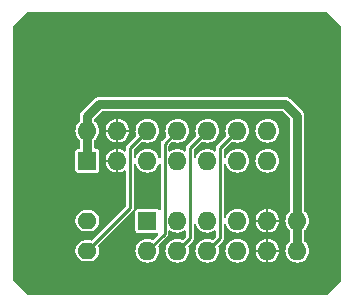
<source format=gtl>
G04 #@! TF.GenerationSoftware,KiCad,Pcbnew,7.0.1*
G04 #@! TF.CreationDate,2023-11-13T07:35:08+09:00*
G04 #@! TF.ProjectId,Pmod_Adapter_Ethernet,506d6f64-5f41-4646-9170-7465725f4574,rev?*
G04 #@! TF.SameCoordinates,Original*
G04 #@! TF.FileFunction,Copper,L1,Top*
G04 #@! TF.FilePolarity,Positive*
%FSLAX46Y46*%
G04 Gerber Fmt 4.6, Leading zero omitted, Abs format (unit mm)*
G04 Created by KiCad (PCBNEW 7.0.1) date 2023-11-13 07:35:08*
%MOMM*%
%LPD*%
G01*
G04 APERTURE LIST*
G04 #@! TA.AperFunction,ComponentPad*
%ADD10O,1.600000X1.400000*%
G04 #@! TD*
G04 #@! TA.AperFunction,ComponentPad*
%ADD11R,1.600000X1.600000*%
G04 #@! TD*
G04 #@! TA.AperFunction,ComponentPad*
%ADD12O,1.600000X1.600000*%
G04 #@! TD*
G04 #@! TA.AperFunction,ViaPad*
%ADD13C,0.800000*%
G04 #@! TD*
G04 #@! TA.AperFunction,Conductor*
%ADD14C,0.250000*%
G04 #@! TD*
G04 #@! TA.AperFunction,Conductor*
%ADD15C,0.800000*%
G04 #@! TD*
G04 APERTURE END LIST*
D10*
G04 #@! TO.P,J3,1,Pin_1*
G04 #@! TO.N,/MDIO*
X-5080000Y0D03*
G04 #@! TO.P,J3,2,Pin_2*
G04 #@! TO.N,/MDC*
X-5080000Y-2540000D03*
G04 #@! TD*
D11*
G04 #@! TO.P,J2,1,Pin_1*
G04 #@! TO.N,+3V3*
X-5080000Y5080000D03*
D12*
G04 #@! TO.P,J2,2,Pin_2*
G04 #@! TO.N,GND*
X-2540000Y5080000D03*
G04 #@! TO.P,J2,3,Pin_3*
G04 #@! TO.N,/MDIO*
X0Y5080000D03*
G04 #@! TO.P,J2,4,Pin_4*
G04 #@! TO.N,/PMOD_P1_nINT_RETCLK*
X2540000Y5080000D03*
G04 #@! TO.P,J2,5,Pin_5*
G04 #@! TO.N,/PMOD_P2_RX0*
X5080000Y5080000D03*
G04 #@! TO.P,J2,6,Pin_6*
G04 #@! TO.N,/PMOD_P3_TXEN*
X7620000Y5080000D03*
G04 #@! TO.P,J2,7,Pin_7*
G04 #@! TO.N,/PMOD_P4_TX1*
X10160000Y5080000D03*
G04 #@! TO.P,J2,8,Pin_8*
G04 #@! TO.N,+3V3*
X-5080000Y7620000D03*
G04 #@! TO.P,J2,9,Pin_9*
G04 #@! TO.N,GND*
X-2540000Y7620000D03*
G04 #@! TO.P,J2,10,Pin_10*
G04 #@! TO.N,/MDC*
X0Y7620000D03*
G04 #@! TO.P,J2,11,Pin_11*
G04 #@! TO.N,/PMOD_P5_CRS*
X2540000Y7620000D03*
G04 #@! TO.P,J2,12,Pin_12*
G04 #@! TO.N,/PMOD_P6_RX1*
X5080000Y7620000D03*
G04 #@! TO.P,J2,13,Pin_13*
G04 #@! TO.N,/PMOD_P7_TX0*
X7620000Y7620000D03*
G04 #@! TO.P,J2,14,Pin_14*
G04 #@! TO.N,unconnected-(J2-Pin_14-Pad14)*
X10160000Y7620000D03*
G04 #@! TD*
D11*
G04 #@! TO.P,J1,1,Pin_1*
G04 #@! TO.N,/PMOD_P1_nINT_RETCLK*
X0Y0D03*
D12*
G04 #@! TO.P,J1,2,Pin_2*
G04 #@! TO.N,/PMOD_P2_RX0*
X2540000Y0D03*
G04 #@! TO.P,J1,3,Pin_3*
G04 #@! TO.N,/PMOD_P3_TXEN*
X5080000Y0D03*
G04 #@! TO.P,J1,4,Pin_4*
G04 #@! TO.N,/PMOD_P4_TX1*
X7620000Y0D03*
G04 #@! TO.P,J1,5,Pin_5*
G04 #@! TO.N,GND*
X10160000Y0D03*
G04 #@! TO.P,J1,6,Pin_6*
G04 #@! TO.N,+3V3*
X12700000Y0D03*
G04 #@! TO.P,J1,7,Pin_7*
G04 #@! TO.N,/PMOD_P5_CRS*
X0Y-2540000D03*
G04 #@! TO.P,J1,8,Pin_8*
G04 #@! TO.N,/PMOD_P6_RX1*
X2540000Y-2540000D03*
G04 #@! TO.P,J1,9,Pin_9*
G04 #@! TO.N,/PMOD_P7_TX0*
X5080000Y-2540000D03*
G04 #@! TO.P,J1,10,Pin_10*
G04 #@! TO.N,unconnected-(J1-Pin_10-Pad10)*
X7620000Y-2540000D03*
G04 #@! TO.P,J1,11,Pin_11*
G04 #@! TO.N,GND*
X10160000Y-2540000D03*
G04 #@! TO.P,J1,12,Pin_12*
G04 #@! TO.N,+3V3*
X12700000Y-2540000D03*
G04 #@! TD*
D13*
G04 #@! TO.N,GND*
X700000Y3800000D03*
X-5000000Y-5000000D03*
X10000000Y-5000000D03*
X15000000Y0D03*
X15000000Y10000000D03*
X10000000Y15000000D03*
X-5000000Y15000000D03*
X-10000000Y10000000D03*
X-10000000Y0D03*
X-2600000Y1100000D03*
G04 #@! TD*
D14*
G04 #@! TO.N,/PMOD_P7_TX0*
X6155000Y-1465000D02*
X5080000Y-2540000D01*
X7620000Y7620000D02*
X6155000Y6155000D01*
X6155000Y6155000D02*
X6155000Y-1465000D01*
G04 #@! TO.N,/PMOD_P6_RX1*
X3615000Y-1465000D02*
X2540000Y-2540000D01*
X3615000Y6155000D02*
X3615000Y-1465000D01*
X5080000Y7620000D02*
X3615000Y6155000D01*
G04 #@! TO.N,/PMOD_P5_CRS*
X1465000Y-1075000D02*
X0Y-2540000D01*
X2540000Y7620000D02*
X1465000Y6545000D01*
X1465000Y6545000D02*
X1465000Y-1075000D01*
G04 #@! TO.N,/MDC*
X-1465000Y6155000D02*
X-1465000Y1075000D01*
X-1465000Y1075000D02*
X-5080000Y-2540000D01*
X0Y7620000D02*
X-1465000Y6155000D01*
D15*
G04 #@! TO.N,+3V3*
X12700000Y0D02*
X12700000Y-2540000D01*
X12700000Y8890000D02*
X12700000Y0D01*
X11684000Y9906000D02*
X12700000Y8890000D01*
X-4064000Y9906000D02*
X11684000Y9906000D01*
X-5080000Y8890000D02*
X-4064000Y9906000D01*
X-5080000Y7620000D02*
X-5080000Y8890000D01*
X-5080000Y5080000D02*
X-5080000Y7620000D01*
G04 #@! TD*
G04 #@! TA.AperFunction,Conductor*
G04 #@! TO.N,GND*
G36*
X15205605Y17696964D02*
G01*
X15237723Y17675504D01*
X16405504Y16507723D01*
X16426964Y16475605D01*
X16434500Y16437719D01*
X16434500Y-5007719D01*
X16426964Y-5045605D01*
X16405504Y-5077723D01*
X15237722Y-6245504D01*
X15205604Y-6266964D01*
X15167718Y-6274500D01*
X-10087719Y-6274500D01*
X-10125605Y-6266964D01*
X-10157723Y-6245504D01*
X-11325504Y-5077722D01*
X-11346964Y-5045604D01*
X-11354500Y-5007718D01*
X-11354500Y-2634646D01*
X-6080500Y-2634646D01*
X-6041144Y-2819803D01*
X-5964151Y-2992730D01*
X-5852888Y-3145871D01*
X-5712216Y-3272533D01*
X-5548284Y-3367179D01*
X-5368256Y-3425674D01*
X-5227192Y-3440500D01*
X-4932811Y-3440500D01*
X-4932808Y-3440500D01*
X-4791744Y-3425674D01*
X-4611716Y-3367179D01*
X-4447784Y-3272533D01*
X-4447783Y-3272532D01*
X-4447781Y-3272531D01*
X-4307113Y-3145873D01*
X-4195848Y-2992728D01*
X-4118856Y-2819804D01*
X-4101051Y-2736034D01*
X-4079500Y-2634646D01*
X-4079500Y-2445354D01*
X-4118856Y-2260197D01*
X-4118857Y-2260195D01*
X-4118857Y-2260193D01*
X-4159268Y-2169427D01*
X-4166169Y-2111119D01*
X-4138831Y-2059157D01*
X-1247940Y831732D01*
X-1241574Y837565D01*
X-1211804Y862545D01*
X-1192371Y896204D01*
X-1187734Y903483D01*
X-1172986Y924547D01*
X-1148999Y944233D01*
X-1152058Y975300D01*
X-1147662Y1000224D01*
X-1145794Y1008649D01*
X-1135735Y1046191D01*
X-1139123Y1084904D01*
X-1139500Y1093534D01*
X-1139500Y4722406D01*
X-1123880Y4775781D01*
X-1081947Y4812312D01*
X-1026936Y4820472D01*
X-976205Y4797686D01*
X-945763Y4751144D01*
X-928814Y4695272D01*
X-835911Y4521463D01*
X-835910Y4521462D01*
X-710883Y4369117D01*
X-614956Y4290391D01*
X-558536Y4244088D01*
X-384727Y4151185D01*
X-196130Y4093975D01*
X0Y4074658D01*
X196130Y4093975D01*
X384727Y4151185D01*
X558536Y4244088D01*
X614956Y4290391D01*
X710883Y4369117D01*
X835910Y4521462D01*
X835911Y4521463D01*
X928814Y4695272D01*
X945763Y4751144D01*
X976205Y4797686D01*
X1026936Y4820472D01*
X1081947Y4812312D01*
X1123880Y4775781D01*
X1139500Y4722406D01*
X1139500Y979151D01*
X1126877Y930778D01*
X1092227Y894740D01*
X1044387Y880227D01*
X995555Y890941D01*
X958185Y924149D01*
X955068Y928814D01*
X944552Y944552D01*
X878231Y988867D01*
X819748Y1000500D01*
X-819748Y1000500D01*
X-878231Y988867D01*
X-944552Y944552D01*
X-972248Y903101D01*
X-997325Y881589D01*
X-994790Y848453D01*
X-1000500Y819748D01*
X-1000500Y-819748D01*
X-988867Y-878231D01*
X-944552Y-944552D01*
X-878231Y-988867D01*
X-819748Y-1000500D01*
X819747Y-1000500D01*
X819748Y-1000500D01*
X823498Y-999754D01*
X873404Y-1002696D01*
X915511Y-1029648D01*
X939078Y-1073739D01*
X938097Y-1123723D01*
X912817Y-1166855D01*
X490949Y-1588722D01*
X445001Y-1614751D01*
X392208Y-1613455D01*
X196130Y-1553975D01*
X0Y-1534658D01*
X-196130Y-1553975D01*
X-384727Y-1611185D01*
X-558536Y-1704088D01*
X-600501Y-1738528D01*
X-710883Y-1829117D01*
X-816900Y-1958298D01*
X-835911Y-1981463D01*
X-928814Y-2155272D01*
X-928814Y-2155273D01*
X-986024Y-2343868D01*
X-1005341Y-2540000D01*
X-986024Y-2736132D01*
X-928814Y-2924727D01*
X-835910Y-3098538D01*
X-710883Y-3250883D01*
X-558538Y-3375910D01*
X-384727Y-3468814D01*
X-196132Y-3526024D01*
X0Y-3545341D01*
X196132Y-3526024D01*
X384727Y-3468814D01*
X558538Y-3375910D01*
X710883Y-3250883D01*
X835910Y-3098538D01*
X928814Y-2924727D01*
X986024Y-2736132D01*
X1005341Y-2540000D01*
X996020Y-2445356D01*
X986025Y-2343871D01*
X982301Y-2331595D01*
X928814Y-2155273D01*
X928811Y-2155267D01*
X926543Y-2147791D01*
X925247Y-2094997D01*
X951274Y-2049050D01*
X1682066Y-1318258D01*
X1688410Y-1312444D01*
X1718194Y-1287455D01*
X1737632Y-1253785D01*
X1742254Y-1246529D01*
X1764554Y-1214684D01*
X1764942Y-1213232D01*
X1774838Y-1189343D01*
X1775588Y-1188045D01*
X1782335Y-1149777D01*
X1784204Y-1141348D01*
X1794264Y-1103806D01*
X1790877Y-1065092D01*
X1790500Y-1056463D01*
X1790500Y-888510D01*
X1805859Y-835545D01*
X1847172Y-799015D01*
X1901619Y-790255D01*
X1952305Y-811982D01*
X1981462Y-835911D01*
X2155272Y-928814D01*
X2249570Y-957419D01*
X2343868Y-986024D01*
X2540000Y-1005341D01*
X2736132Y-986024D01*
X2924727Y-928814D01*
X2977699Y-900500D01*
X3098537Y-835911D01*
X3127695Y-811982D01*
X3178381Y-790255D01*
X3232828Y-799015D01*
X3274141Y-835545D01*
X3289500Y-888510D01*
X3289500Y-1289167D01*
X3281964Y-1327053D01*
X3260503Y-1359171D01*
X3030950Y-1588722D01*
X2985002Y-1614751D01*
X2932209Y-1613455D01*
X2736130Y-1553975D01*
X2540000Y-1534658D01*
X2343869Y-1553975D01*
X2155272Y-1611185D01*
X1981463Y-1704088D01*
X1829117Y-1829117D01*
X1704088Y-1981463D01*
X1611185Y-2155272D01*
X1553975Y-2343869D01*
X1534658Y-2540000D01*
X1553975Y-2736130D01*
X1611185Y-2924727D01*
X1704088Y-3098536D01*
X1704090Y-3098538D01*
X1829117Y-3250883D01*
X1958298Y-3356900D01*
X1981463Y-3375911D01*
X2155272Y-3468814D01*
X2249570Y-3497419D01*
X2343868Y-3526024D01*
X2540000Y-3545341D01*
X2736132Y-3526024D01*
X2924727Y-3468814D01*
X3098538Y-3375910D01*
X3250883Y-3250883D01*
X3375910Y-3098538D01*
X3468814Y-2924727D01*
X3526024Y-2736132D01*
X3545341Y-2540000D01*
X3536020Y-2445356D01*
X3526025Y-2343871D01*
X3522301Y-2331595D01*
X3468814Y-2155273D01*
X3468811Y-2155267D01*
X3466543Y-2147791D01*
X3465247Y-2094997D01*
X3491274Y-2049050D01*
X3832066Y-1708258D01*
X3838410Y-1702444D01*
X3868194Y-1677455D01*
X3887632Y-1643785D01*
X3892254Y-1636529D01*
X3914554Y-1604684D01*
X3914942Y-1603232D01*
X3924838Y-1579343D01*
X3925588Y-1578045D01*
X3932335Y-1539777D01*
X3934204Y-1531348D01*
X3944264Y-1493806D01*
X3940877Y-1455092D01*
X3940500Y-1446463D01*
X3940500Y-357594D01*
X3956120Y-304219D01*
X3998053Y-267688D01*
X4053064Y-259528D01*
X4103795Y-282314D01*
X4134237Y-328856D01*
X4151185Y-384727D01*
X4244088Y-558536D01*
X4244090Y-558538D01*
X4369117Y-710883D01*
X4484977Y-805967D01*
X4521463Y-835911D01*
X4695272Y-928814D01*
X4789570Y-957419D01*
X4883868Y-986024D01*
X5080000Y-1005341D01*
X5276132Y-986024D01*
X5464727Y-928814D01*
X5517699Y-900500D01*
X5638537Y-835911D01*
X5667695Y-811982D01*
X5718381Y-790255D01*
X5772828Y-799015D01*
X5814141Y-835545D01*
X5829500Y-888510D01*
X5829500Y-1289167D01*
X5821964Y-1327053D01*
X5800503Y-1359171D01*
X5570950Y-1588722D01*
X5525002Y-1614751D01*
X5472209Y-1613455D01*
X5276130Y-1553975D01*
X5080000Y-1534658D01*
X4883869Y-1553975D01*
X4695272Y-1611185D01*
X4521463Y-1704088D01*
X4369117Y-1829117D01*
X4244088Y-1981463D01*
X4151185Y-2155272D01*
X4093975Y-2343869D01*
X4074658Y-2539999D01*
X4093975Y-2736130D01*
X4151185Y-2924727D01*
X4244088Y-3098536D01*
X4244090Y-3098538D01*
X4369117Y-3250883D01*
X4498298Y-3356900D01*
X4521463Y-3375911D01*
X4695272Y-3468814D01*
X4789570Y-3497419D01*
X4883868Y-3526024D01*
X5080000Y-3545341D01*
X5276132Y-3526024D01*
X5464727Y-3468814D01*
X5638538Y-3375910D01*
X5790883Y-3250883D01*
X5915910Y-3098538D01*
X6008814Y-2924727D01*
X6066024Y-2736132D01*
X6085341Y-2540000D01*
X6614658Y-2540000D01*
X6633975Y-2736130D01*
X6691185Y-2924727D01*
X6784088Y-3098536D01*
X6784090Y-3098538D01*
X6909117Y-3250883D01*
X7038298Y-3356900D01*
X7061463Y-3375911D01*
X7235272Y-3468814D01*
X7329570Y-3497419D01*
X7423868Y-3526024D01*
X7620000Y-3545341D01*
X7816132Y-3526024D01*
X8004727Y-3468814D01*
X8178538Y-3375910D01*
X8330883Y-3250883D01*
X8455910Y-3098538D01*
X8548814Y-2924727D01*
X8606024Y-2736132D01*
X8615492Y-2640000D01*
X9165010Y-2640000D01*
X9174469Y-2736034D01*
X9231649Y-2924536D01*
X9324504Y-3098254D01*
X9449472Y-3250527D01*
X9601745Y-3375495D01*
X9775463Y-3468350D01*
X9963965Y-3525530D01*
X10060000Y-3534990D01*
X10260000Y-3534990D01*
X10356034Y-3525530D01*
X10544536Y-3468350D01*
X10718254Y-3375495D01*
X10870527Y-3250527D01*
X10995495Y-3098254D01*
X11088350Y-2924536D01*
X11145530Y-2736034D01*
X11154990Y-2640000D01*
X10260001Y-2640000D01*
X10260000Y-2640001D01*
X10260000Y-3534990D01*
X10060000Y-3534990D01*
X10060000Y-2640001D01*
X10059999Y-2640000D01*
X9165010Y-2640000D01*
X8615492Y-2640000D01*
X8625341Y-2540000D01*
X8615492Y-2440000D01*
X9165009Y-2440000D01*
X10059999Y-2440000D01*
X10060000Y-2439999D01*
X10060000Y-1545009D01*
X10259999Y-1545009D01*
X10260000Y-1545010D01*
X10260000Y-2439999D01*
X10260001Y-2440000D01*
X11154990Y-2440000D01*
X11145530Y-2343965D01*
X11088350Y-2155463D01*
X10995495Y-1981745D01*
X10870527Y-1829472D01*
X10718254Y-1704504D01*
X10544536Y-1611649D01*
X10356034Y-1554469D01*
X10259999Y-1545009D01*
X10060000Y-1545009D01*
X9963965Y-1554469D01*
X9775463Y-1611649D01*
X9601745Y-1704504D01*
X9449472Y-1829472D01*
X9324504Y-1981745D01*
X9231649Y-2155463D01*
X9174469Y-2343965D01*
X9165009Y-2440000D01*
X8615492Y-2440000D01*
X8606024Y-2343868D01*
X8548814Y-2155273D01*
X8548814Y-2155272D01*
X8455911Y-1981463D01*
X8436900Y-1958298D01*
X8330883Y-1829117D01*
X8220501Y-1738528D01*
X8178536Y-1704088D01*
X8004727Y-1611185D01*
X7816130Y-1553975D01*
X7620000Y-1534658D01*
X7423869Y-1553975D01*
X7235272Y-1611185D01*
X7061463Y-1704088D01*
X6909117Y-1829117D01*
X6784088Y-1981463D01*
X6691185Y-2155272D01*
X6633975Y-2343869D01*
X6614658Y-2540000D01*
X6085341Y-2540000D01*
X6076020Y-2445356D01*
X6066025Y-2343871D01*
X6062301Y-2331595D01*
X6008814Y-2155273D01*
X6008811Y-2155267D01*
X6006543Y-2147791D01*
X6005247Y-2094997D01*
X6031274Y-2049050D01*
X6372066Y-1708258D01*
X6378410Y-1702444D01*
X6408194Y-1677455D01*
X6427632Y-1643785D01*
X6432254Y-1636529D01*
X6454554Y-1604684D01*
X6454942Y-1603232D01*
X6464838Y-1579343D01*
X6465588Y-1578045D01*
X6472335Y-1539777D01*
X6474204Y-1531348D01*
X6484264Y-1493806D01*
X6480877Y-1455092D01*
X6480500Y-1446463D01*
X6480500Y-357594D01*
X6496120Y-304219D01*
X6538053Y-267688D01*
X6593064Y-259528D01*
X6643795Y-282314D01*
X6674237Y-328856D01*
X6691185Y-384727D01*
X6784088Y-558536D01*
X6784090Y-558538D01*
X6909117Y-710883D01*
X7024977Y-805967D01*
X7061463Y-835911D01*
X7235272Y-928814D01*
X7329570Y-957419D01*
X7423868Y-986024D01*
X7620000Y-1005341D01*
X7816132Y-986024D01*
X8004727Y-928814D01*
X8178538Y-835910D01*
X8330883Y-710883D01*
X8455910Y-558538D01*
X8548814Y-384727D01*
X8606024Y-196132D01*
X8615492Y-100000D01*
X9165010Y-100000D01*
X9174469Y-196034D01*
X9231649Y-384536D01*
X9324504Y-558254D01*
X9449472Y-710527D01*
X9601745Y-835495D01*
X9775463Y-928350D01*
X9963965Y-985530D01*
X10060000Y-994990D01*
X10260000Y-994990D01*
X10356034Y-985530D01*
X10544536Y-928350D01*
X10718254Y-835495D01*
X10870527Y-710527D01*
X10995495Y-558254D01*
X11088350Y-384536D01*
X11145530Y-196034D01*
X11154990Y-100000D01*
X10260001Y-100000D01*
X10260000Y-100001D01*
X10260000Y-994990D01*
X10060000Y-994990D01*
X10060000Y-100001D01*
X10059999Y-100000D01*
X9165010Y-100000D01*
X8615492Y-100000D01*
X8625341Y0D01*
X8615492Y100000D01*
X9165010Y100000D01*
X10059999Y100000D01*
X10060000Y100001D01*
X10060000Y994990D01*
X10260000Y994990D01*
X10260000Y100001D01*
X10260001Y100000D01*
X11154990Y100000D01*
X11145530Y196034D01*
X11088350Y384536D01*
X10995495Y558254D01*
X10870527Y710527D01*
X10718254Y835495D01*
X10544536Y928350D01*
X10356034Y985530D01*
X10260000Y994990D01*
X10060000Y994990D01*
X9963965Y985530D01*
X9775463Y928350D01*
X9601745Y835495D01*
X9449472Y710527D01*
X9324504Y558254D01*
X9231649Y384536D01*
X9174469Y196034D01*
X9165010Y100000D01*
X8615492Y100000D01*
X8606024Y196132D01*
X8548814Y384727D01*
X8455910Y558538D01*
X8330883Y710883D01*
X8178538Y835910D01*
X8004727Y928814D01*
X7816132Y986024D01*
X7620000Y1005341D01*
X7423868Y986024D01*
X7344524Y961955D01*
X7235272Y928814D01*
X7061463Y835911D01*
X7061462Y835910D01*
X6909117Y710883D01*
X6870500Y663828D01*
X6784088Y558536D01*
X6691185Y384727D01*
X6674237Y328856D01*
X6643795Y282314D01*
X6593064Y259528D01*
X6538053Y267688D01*
X6496120Y304219D01*
X6480500Y357594D01*
X6480500Y4722406D01*
X6496120Y4775781D01*
X6538053Y4812312D01*
X6593064Y4820472D01*
X6643795Y4797686D01*
X6674237Y4751144D01*
X6691185Y4695272D01*
X6784088Y4521463D01*
X6909117Y4369117D01*
X7061463Y4244088D01*
X7235272Y4151185D01*
X7423869Y4093975D01*
X7620000Y4074658D01*
X7816130Y4093975D01*
X8004727Y4151185D01*
X8178536Y4244088D01*
X8234956Y4290391D01*
X8330883Y4369117D01*
X8455910Y4521462D01*
X8455911Y4521463D01*
X8548814Y4695272D01*
X8606024Y4883869D01*
X8606034Y4883965D01*
X8625341Y5080000D01*
X9154658Y5080000D01*
X9173975Y4883869D01*
X9231185Y4695272D01*
X9324088Y4521463D01*
X9449117Y4369117D01*
X9601463Y4244088D01*
X9775272Y4151185D01*
X9963869Y4093975D01*
X10160000Y4074658D01*
X10356130Y4093975D01*
X10544727Y4151185D01*
X10718536Y4244088D01*
X10774956Y4290391D01*
X10870883Y4369117D01*
X10995910Y4521462D01*
X10995911Y4521463D01*
X11088814Y4695272D01*
X11146024Y4883869D01*
X11146034Y4883965D01*
X11165341Y5080000D01*
X11146024Y5276132D01*
X11088814Y5464727D01*
X10995910Y5638538D01*
X10870883Y5790883D01*
X10718538Y5915910D01*
X10544727Y6008814D01*
X10356132Y6066024D01*
X10160000Y6085341D01*
X9963868Y6066024D01*
X9869570Y6037418D01*
X9775272Y6008814D01*
X9601463Y5915911D01*
X9601462Y5915910D01*
X9449117Y5790883D01*
X9410500Y5743828D01*
X9324088Y5638536D01*
X9231185Y5464727D01*
X9173975Y5276130D01*
X9154658Y5080000D01*
X8625341Y5080000D01*
X8606024Y5276132D01*
X8548814Y5464727D01*
X8455910Y5638538D01*
X8330883Y5790883D01*
X8178538Y5915910D01*
X8004727Y6008814D01*
X7816132Y6066024D01*
X7620000Y6085341D01*
X7423868Y6066024D01*
X7329570Y6037418D01*
X7235272Y6008814D01*
X7061463Y5915911D01*
X7061462Y5915910D01*
X6909117Y5790883D01*
X6870500Y5743828D01*
X6784088Y5638536D01*
X6691185Y5464727D01*
X6674237Y5408856D01*
X6643795Y5362314D01*
X6593064Y5339528D01*
X6538053Y5347688D01*
X6496120Y5384219D01*
X6480500Y5437594D01*
X6480500Y5979166D01*
X6488036Y6017052D01*
X6509496Y6049170D01*
X7129048Y6668722D01*
X7174997Y6694751D01*
X7227790Y6693455D01*
X7423869Y6633975D01*
X7620000Y6614658D01*
X7816130Y6633975D01*
X8004727Y6691185D01*
X8178536Y6784088D01*
X8256696Y6848233D01*
X8330883Y6909117D01*
X8455910Y7061462D01*
X8455911Y7061463D01*
X8548814Y7235272D01*
X8606024Y7423869D01*
X8606034Y7423965D01*
X8625341Y7620000D01*
X9154659Y7620000D01*
X9173975Y7423869D01*
X9231185Y7235272D01*
X9324088Y7061463D01*
X9449117Y6909117D01*
X9601463Y6784088D01*
X9775272Y6691185D01*
X9963869Y6633975D01*
X10160000Y6614658D01*
X10356130Y6633975D01*
X10544727Y6691185D01*
X10718536Y6784088D01*
X10796696Y6848233D01*
X10870883Y6909117D01*
X10995910Y7061462D01*
X10995911Y7061463D01*
X11088814Y7235272D01*
X11146024Y7423869D01*
X11146034Y7423965D01*
X11165341Y7620000D01*
X11146024Y7816132D01*
X11088814Y8004727D01*
X10995910Y8178538D01*
X10870883Y8330883D01*
X10718538Y8455910D01*
X10544727Y8548814D01*
X10356132Y8606024D01*
X10160000Y8625341D01*
X9963868Y8606024D01*
X9869570Y8577419D01*
X9775272Y8548814D01*
X9601463Y8455911D01*
X9601462Y8455910D01*
X9449117Y8330883D01*
X9362109Y8224864D01*
X9324088Y8178536D01*
X9231185Y8004727D01*
X9173975Y7816130D01*
X9154659Y7620000D01*
X8625341Y7620000D01*
X8606024Y7816132D01*
X8548814Y8004727D01*
X8455910Y8178538D01*
X8330883Y8330883D01*
X8178538Y8455910D01*
X8004727Y8548814D01*
X7816132Y8606024D01*
X7620000Y8625341D01*
X7423868Y8606024D01*
X7329570Y8577419D01*
X7235272Y8548814D01*
X7061463Y8455911D01*
X7061462Y8455910D01*
X6909117Y8330883D01*
X6822109Y8224864D01*
X6784088Y8178536D01*
X6691185Y8004727D01*
X6633975Y7816130D01*
X6614658Y7620000D01*
X6633975Y7423869D01*
X6693455Y7227790D01*
X6694751Y7174997D01*
X6668722Y7129048D01*
X5937942Y6398268D01*
X5931574Y6392434D01*
X5901805Y6367454D01*
X5882370Y6333794D01*
X5877732Y6326514D01*
X5855446Y6294685D01*
X5855055Y6293225D01*
X5845166Y6269352D01*
X5844412Y6268045D01*
X5844412Y6268044D01*
X5844411Y6268042D01*
X5837663Y6229778D01*
X5835795Y6221350D01*
X5825735Y6183807D01*
X5829123Y6145096D01*
X5829500Y6136466D01*
X5829500Y5968510D01*
X5814141Y5915545D01*
X5772828Y5879015D01*
X5718381Y5870255D01*
X5667695Y5891982D01*
X5638537Y5915911D01*
X5464727Y6008814D01*
X5412846Y6024552D01*
X5276132Y6066024D01*
X5080000Y6085341D01*
X5079999Y6085340D01*
X5079999Y6085341D01*
X4981934Y6075682D01*
X4883868Y6066024D01*
X4789570Y6037418D01*
X4695272Y6008814D01*
X4521463Y5915911D01*
X4521462Y5915910D01*
X4369117Y5790883D01*
X4330500Y5743828D01*
X4244088Y5638536D01*
X4151185Y5464727D01*
X4134237Y5408856D01*
X4103795Y5362314D01*
X4053064Y5339528D01*
X3998053Y5347688D01*
X3956120Y5384219D01*
X3940500Y5437594D01*
X3940500Y5979166D01*
X3948036Y6017052D01*
X3969496Y6049170D01*
X4589048Y6668722D01*
X4634997Y6694751D01*
X4687790Y6693455D01*
X4883869Y6633975D01*
X5080000Y6614658D01*
X5276130Y6633975D01*
X5464727Y6691185D01*
X5638536Y6784088D01*
X5716696Y6848233D01*
X5790883Y6909117D01*
X5915910Y7061462D01*
X5915911Y7061463D01*
X6008814Y7235272D01*
X6066024Y7423869D01*
X6066034Y7423965D01*
X6085341Y7620000D01*
X6066024Y7816132D01*
X6008814Y8004727D01*
X5915910Y8178538D01*
X5790883Y8330883D01*
X5638538Y8455910D01*
X5464727Y8548814D01*
X5276132Y8606024D01*
X5080000Y8625341D01*
X4883868Y8606024D01*
X4789570Y8577419D01*
X4695272Y8548814D01*
X4521463Y8455911D01*
X4521462Y8455910D01*
X4369117Y8330883D01*
X4282109Y8224864D01*
X4244088Y8178536D01*
X4151185Y8004727D01*
X4093975Y7816130D01*
X4074659Y7620000D01*
X4093975Y7423869D01*
X4153455Y7227790D01*
X4154751Y7174997D01*
X4128722Y7129048D01*
X3397942Y6398268D01*
X3391574Y6392434D01*
X3361805Y6367454D01*
X3342370Y6333794D01*
X3337732Y6326514D01*
X3315446Y6294685D01*
X3315055Y6293225D01*
X3305166Y6269352D01*
X3304412Y6268045D01*
X3304412Y6268044D01*
X3304411Y6268042D01*
X3297663Y6229778D01*
X3295795Y6221350D01*
X3285735Y6183807D01*
X3289123Y6145096D01*
X3289500Y6136466D01*
X3289500Y5968510D01*
X3274141Y5915545D01*
X3232828Y5879015D01*
X3178381Y5870255D01*
X3127695Y5891982D01*
X3098537Y5915911D01*
X2924727Y6008814D01*
X2872846Y6024552D01*
X2736132Y6066024D01*
X2540000Y6085341D01*
X2539999Y6085340D01*
X2539999Y6085341D01*
X2441934Y6075682D01*
X2343868Y6066024D01*
X2249570Y6037418D01*
X2155272Y6008814D01*
X1981462Y5915911D01*
X1952305Y5891982D01*
X1901619Y5870255D01*
X1847172Y5879015D01*
X1805859Y5915545D01*
X1790500Y5968510D01*
X1790500Y6369166D01*
X1798036Y6407052D01*
X1819496Y6439170D01*
X2049048Y6668722D01*
X2094997Y6694751D01*
X2147790Y6693455D01*
X2343869Y6633975D01*
X2540000Y6614658D01*
X2736130Y6633975D01*
X2924727Y6691185D01*
X3098536Y6784088D01*
X3176696Y6848233D01*
X3250883Y6909117D01*
X3375910Y7061462D01*
X3375911Y7061463D01*
X3468814Y7235272D01*
X3526024Y7423869D01*
X3526034Y7423965D01*
X3545341Y7620000D01*
X3526024Y7816132D01*
X3468814Y8004727D01*
X3375910Y8178538D01*
X3250883Y8330883D01*
X3098538Y8455910D01*
X2924727Y8548814D01*
X2736132Y8606024D01*
X2540000Y8625341D01*
X2343868Y8606024D01*
X2249570Y8577419D01*
X2155272Y8548814D01*
X1981463Y8455911D01*
X1981462Y8455910D01*
X1829117Y8330883D01*
X1742109Y8224864D01*
X1704088Y8178536D01*
X1611185Y8004727D01*
X1553975Y7816130D01*
X1534659Y7620000D01*
X1553975Y7423869D01*
X1613455Y7227790D01*
X1614751Y7174997D01*
X1588722Y7129048D01*
X1247942Y6788268D01*
X1241574Y6782434D01*
X1211805Y6757454D01*
X1192370Y6723794D01*
X1187732Y6716514D01*
X1165446Y6684685D01*
X1165055Y6683225D01*
X1155166Y6659352D01*
X1154412Y6658045D01*
X1154411Y6658043D01*
X1154411Y6658042D01*
X1147663Y6619778D01*
X1145795Y6611350D01*
X1135735Y6573807D01*
X1139123Y6535096D01*
X1139500Y6526466D01*
X1139500Y5437594D01*
X1123880Y5384219D01*
X1081947Y5347688D01*
X1026936Y5339528D01*
X976205Y5362314D01*
X945763Y5408856D01*
X928814Y5464727D01*
X835911Y5638536D01*
X835910Y5638538D01*
X710883Y5790883D01*
X558538Y5915910D01*
X384727Y6008814D01*
X196132Y6066024D01*
X0Y6085341D01*
X-196132Y6066024D01*
X-384727Y6008814D01*
X-558538Y5915910D01*
X-710883Y5790883D01*
X-835910Y5638538D01*
X-835911Y5638536D01*
X-928814Y5464727D01*
X-945763Y5408856D01*
X-976205Y5362314D01*
X-1026936Y5339528D01*
X-1081947Y5347688D01*
X-1123880Y5384219D01*
X-1139500Y5437594D01*
X-1139500Y5979166D01*
X-1131964Y6017052D01*
X-1110503Y6049170D01*
X-490949Y6668722D01*
X-445001Y6694751D01*
X-392208Y6693455D01*
X-196130Y6633975D01*
X0Y6614658D01*
X196130Y6633975D01*
X384727Y6691185D01*
X558536Y6784088D01*
X636696Y6848233D01*
X710883Y6909117D01*
X835910Y7061462D01*
X835911Y7061463D01*
X928814Y7235272D01*
X986024Y7423869D01*
X986034Y7423965D01*
X1005341Y7620000D01*
X986024Y7816132D01*
X928814Y8004727D01*
X835910Y8178538D01*
X710883Y8330883D01*
X558538Y8455910D01*
X384727Y8548814D01*
X196132Y8606024D01*
X0Y8625341D01*
X-196132Y8606024D01*
X-384727Y8548814D01*
X-558538Y8455910D01*
X-710883Y8330883D01*
X-835910Y8178538D01*
X-928814Y8004727D01*
X-986024Y7816132D01*
X-995492Y7720001D01*
X-1005341Y7620000D01*
X-986025Y7423871D01*
X-986024Y7423869D01*
X-986024Y7423868D01*
X-928814Y7235273D01*
X-928811Y7235267D01*
X-926543Y7227791D01*
X-925247Y7174997D01*
X-951274Y7129050D01*
X-1682066Y6398258D01*
X-1688410Y6392444D01*
X-1718194Y6367455D01*
X-1737632Y6333785D01*
X-1742254Y6326529D01*
X-1764554Y6294684D01*
X-1764942Y6293232D01*
X-1774836Y6269348D01*
X-1775588Y6268045D01*
X-1782334Y6229783D01*
X-1784201Y6221359D01*
X-1794264Y6183807D01*
X-1794263Y6183805D01*
X-1794264Y6183805D01*
X-1790877Y6145096D01*
X-1790500Y6136466D01*
X-1790500Y5967864D01*
X-1805860Y5914899D01*
X-1847172Y5878369D01*
X-1901619Y5869609D01*
X-1952305Y5891336D01*
X-1981741Y5915494D01*
X-2155463Y6008350D01*
X-2343965Y6065530D01*
X-2440000Y6074990D01*
X-2440000Y4085009D01*
X-2343965Y4094469D01*
X-2155463Y4151649D01*
X-1981741Y4244505D01*
X-1952305Y4268664D01*
X-1901619Y4290391D01*
X-1847172Y4281631D01*
X-1805860Y4245101D01*
X-1790500Y4192136D01*
X-1790500Y1250834D01*
X-1798036Y1212948D01*
X-1819496Y1180830D01*
X-4645373Y-1645047D01*
X-4692265Y-1671307D01*
X-4745967Y-1669198D01*
X-4791739Y-1654326D01*
X-4880030Y-1645047D01*
X-4932808Y-1639500D01*
X-5227192Y-1639500D01*
X-5368256Y-1654326D01*
X-5439433Y-1677453D01*
X-5548284Y-1712821D01*
X-5712218Y-1807468D01*
X-5852886Y-1934126D01*
X-5852888Y-1934129D01*
X-5964151Y-2087270D01*
X-6041144Y-2260197D01*
X-6080500Y-2445354D01*
X-6080500Y-2634646D01*
X-11354500Y-2634646D01*
X-11354500Y-94646D01*
X-6080500Y-94646D01*
X-6041144Y-279803D01*
X-5964151Y-452730D01*
X-5852888Y-605871D01*
X-5712216Y-732533D01*
X-5548284Y-827179D01*
X-5368256Y-885674D01*
X-5227192Y-900500D01*
X-4932811Y-900500D01*
X-4932808Y-900500D01*
X-4791744Y-885674D01*
X-4611716Y-827179D01*
X-4447784Y-732533D01*
X-4447783Y-732532D01*
X-4447781Y-732531D01*
X-4307113Y-605873D01*
X-4195848Y-452728D01*
X-4118856Y-279804D01*
X-4101051Y-196034D01*
X-4079500Y-94646D01*
X-4079500Y94646D01*
X-4118856Y279803D01*
X-4129727Y304219D01*
X-4195848Y452728D01*
X-4307113Y605873D01*
X-4447781Y732531D01*
X-4447784Y732533D01*
X-4611716Y827179D01*
X-4791744Y885674D01*
X-4932808Y900500D01*
X-5227192Y900500D01*
X-5368256Y885674D01*
X-5548284Y827179D01*
X-5712216Y732533D01*
X-5852888Y605871D01*
X-5964151Y452730D01*
X-6041144Y279803D01*
X-6080500Y94646D01*
X-6080500Y-94646D01*
X-11354500Y-94646D01*
X-11354500Y7620000D01*
X-6085341Y7620000D01*
X-6066034Y7423965D01*
X-6066024Y7423869D01*
X-6008814Y7235272D01*
X-5915911Y7061463D01*
X-5915910Y7061462D01*
X-5790883Y6909117D01*
X-5716693Y6848231D01*
X-5690005Y6814033D01*
X-5680500Y6771705D01*
X-5680500Y6179500D01*
X-5693763Y6130000D01*
X-5730000Y6093763D01*
X-5779500Y6080500D01*
X-5899748Y6080500D01*
X-5958231Y6068867D01*
X-6024552Y6024552D01*
X-6068867Y5958231D01*
X-6080500Y5899748D01*
X-6080500Y4260252D01*
X-6068867Y4201769D01*
X-6068866Y4201768D01*
X-6024552Y4135447D01*
X-5963224Y4094469D01*
X-5958231Y4091133D01*
X-5899748Y4079500D01*
X-4260253Y4079500D01*
X-4260252Y4079500D01*
X-4231010Y4085316D01*
X-4201768Y4091133D01*
X-4135447Y4135447D01*
X-4091133Y4201768D01*
X-4082642Y4244455D01*
X-4079500Y4260252D01*
X-4079500Y4980000D01*
X-3534990Y4980000D01*
X-3525530Y4883965D01*
X-3468350Y4695463D01*
X-3375495Y4521745D01*
X-3250527Y4369472D01*
X-3098254Y4244504D01*
X-2924536Y4151649D01*
X-2736034Y4094469D01*
X-2640000Y4085010D01*
X-2640000Y4979999D01*
X-2640001Y4980000D01*
X-3534990Y4980000D01*
X-4079500Y4980000D01*
X-4079500Y5180000D01*
X-3534990Y5180000D01*
X-2640001Y5180000D01*
X-2640000Y5180001D01*
X-2640000Y6074990D01*
X-2736034Y6065530D01*
X-2924536Y6008350D01*
X-3098254Y5915495D01*
X-3250527Y5790527D01*
X-3375495Y5638254D01*
X-3468350Y5464536D01*
X-3525530Y5276034D01*
X-3534990Y5180000D01*
X-4079500Y5180000D01*
X-4079500Y5899748D01*
X-4091133Y5958231D01*
X-4098001Y5968510D01*
X-4135447Y6024552D01*
X-4196775Y6065530D01*
X-4201769Y6068867D01*
X-4260252Y6080500D01*
X-4260253Y6080500D01*
X-4380500Y6080500D01*
X-4430000Y6093763D01*
X-4466237Y6130000D01*
X-4479500Y6179500D01*
X-4479500Y6771705D01*
X-4469995Y6814033D01*
X-4443306Y6848231D01*
X-4369117Y6909117D01*
X-4368826Y6909472D01*
X-4244088Y7061463D01*
X-4151185Y7235272D01*
X-4093975Y7423869D01*
X-4084508Y7520000D01*
X-3534990Y7520000D01*
X-3525530Y7423965D01*
X-3468350Y7235463D01*
X-3375495Y7061745D01*
X-3250527Y6909472D01*
X-3098254Y6784504D01*
X-2924536Y6691649D01*
X-2736034Y6634469D01*
X-2639999Y6625009D01*
X-2440000Y6625009D01*
X-2343965Y6634469D01*
X-2155463Y6691649D01*
X-1981745Y6784504D01*
X-1829472Y6909472D01*
X-1704504Y7061745D01*
X-1611649Y7235463D01*
X-1554469Y7423965D01*
X-1545010Y7520000D01*
X-2439999Y7520000D01*
X-2440000Y7519999D01*
X-2440000Y6625009D01*
X-2639999Y6625009D01*
X-2640000Y6625010D01*
X-2640000Y7519999D01*
X-2640001Y7520000D01*
X-3534990Y7520000D01*
X-4084508Y7520000D01*
X-4074659Y7620000D01*
X-4084508Y7720000D01*
X-3534990Y7720000D01*
X-2640001Y7720000D01*
X-2640000Y7720001D01*
X-2640000Y8614990D01*
X-2440000Y8614990D01*
X-2440000Y7720001D01*
X-2439999Y7720000D01*
X-1545010Y7720000D01*
X-1554469Y7816034D01*
X-1611649Y8004536D01*
X-1704504Y8178254D01*
X-1829472Y8330527D01*
X-1981745Y8455495D01*
X-2155463Y8548350D01*
X-2343965Y8605530D01*
X-2440000Y8614990D01*
X-2640000Y8614990D01*
X-2736034Y8605530D01*
X-2924536Y8548350D01*
X-3098254Y8455495D01*
X-3250527Y8330527D01*
X-3375495Y8178254D01*
X-3468350Y8004536D01*
X-3525530Y7816034D01*
X-3534990Y7720000D01*
X-4084508Y7720000D01*
X-4093975Y7816130D01*
X-4151185Y8004727D01*
X-4244088Y8178536D01*
X-4282109Y8224864D01*
X-4369117Y8330883D01*
X-4443306Y8391768D01*
X-4469995Y8425967D01*
X-4479500Y8468295D01*
X-4479500Y8600257D01*
X-4471964Y8638143D01*
X-4450504Y8670261D01*
X-3844261Y9276504D01*
X-3812143Y9297964D01*
X-3774257Y9305500D01*
X11394257Y9305500D01*
X11432143Y9297964D01*
X11464261Y9276504D01*
X12070504Y8670261D01*
X12091964Y8638143D01*
X12099500Y8600257D01*
X12099500Y848295D01*
X12089995Y805967D01*
X12063306Y771768D01*
X11989117Y710883D01*
X11950500Y663828D01*
X11864088Y558536D01*
X11771185Y384727D01*
X11713975Y196130D01*
X11694658Y0D01*
X11713975Y-196130D01*
X11771185Y-384727D01*
X11864088Y-558536D01*
X11864090Y-558538D01*
X11989117Y-710883D01*
X12063306Y-771768D01*
X12089995Y-805967D01*
X12099500Y-848295D01*
X12099500Y-1691705D01*
X12089995Y-1734033D01*
X12063306Y-1768231D01*
X11989116Y-1829117D01*
X11989117Y-1829117D01*
X11864088Y-1981463D01*
X11771185Y-2155272D01*
X11713975Y-2343869D01*
X11694658Y-2540000D01*
X11713975Y-2736130D01*
X11771185Y-2924727D01*
X11864088Y-3098536D01*
X11864090Y-3098538D01*
X11989117Y-3250883D01*
X12118298Y-3356900D01*
X12141463Y-3375911D01*
X12315272Y-3468814D01*
X12409570Y-3497419D01*
X12503868Y-3526024D01*
X12700000Y-3545341D01*
X12896132Y-3526024D01*
X13084727Y-3468814D01*
X13258538Y-3375910D01*
X13410883Y-3250883D01*
X13535910Y-3098538D01*
X13628814Y-2924727D01*
X13686024Y-2736132D01*
X13705341Y-2540000D01*
X13686024Y-2343868D01*
X13628814Y-2155273D01*
X13628814Y-2155272D01*
X13535911Y-1981463D01*
X13516900Y-1958298D01*
X13410883Y-1829117D01*
X13336693Y-1768231D01*
X13310005Y-1734033D01*
X13300500Y-1691705D01*
X13300500Y-848295D01*
X13310005Y-805967D01*
X13336693Y-771768D01*
X13410883Y-710883D01*
X13535910Y-558538D01*
X13628814Y-384727D01*
X13686024Y-196132D01*
X13705341Y0D01*
X13686024Y196132D01*
X13628814Y384727D01*
X13535910Y558538D01*
X13410883Y710883D01*
X13336693Y771768D01*
X13310005Y805967D01*
X13300500Y848295D01*
X13300500Y8844151D01*
X13301347Y8857073D01*
X13305682Y8890000D01*
X13285044Y9046761D01*
X13285044Y9046762D01*
X13224536Y9192841D01*
X13192249Y9234917D01*
X13152452Y9286784D01*
X13128284Y9318279D01*
X13128282Y9318282D01*
X13101925Y9338505D01*
X13092205Y9347028D01*
X12141028Y10298205D01*
X12132505Y10307925D01*
X12112282Y10334282D01*
X11986841Y10430536D01*
X11840762Y10491044D01*
X11723361Y10506500D01*
X11684000Y10511682D01*
X11651073Y10507347D01*
X11638151Y10506500D01*
X-4018151Y10506500D01*
X-4031073Y10507347D01*
X-4064000Y10511682D01*
X-4103361Y10506500D01*
X-4220762Y10491044D01*
X-4366841Y10430536D01*
X-4492282Y10334282D01*
X-4512505Y10307925D01*
X-4521028Y10298205D01*
X-5472205Y9347028D01*
X-5481925Y9338505D01*
X-5508282Y9318282D01*
X-5508284Y9318279D01*
X-5532452Y9286784D01*
X-5572249Y9234917D01*
X-5604536Y9192841D01*
X-5665044Y9046762D01*
X-5665044Y9046761D01*
X-5685682Y8890000D01*
X-5681347Y8857073D01*
X-5680500Y8844151D01*
X-5680500Y8468295D01*
X-5690005Y8425967D01*
X-5716693Y8391768D01*
X-5790883Y8330883D01*
X-5915910Y8178538D01*
X-6008814Y8004727D01*
X-6066024Y7816132D01*
X-6085341Y7620000D01*
X-11354500Y7620000D01*
X-11354500Y16437719D01*
X-11346964Y16475605D01*
X-11325504Y16507723D01*
X-10157723Y17675504D01*
X-10125605Y17696964D01*
X-10087719Y17704500D01*
X15167719Y17704500D01*
X15205605Y17696964D01*
G37*
G04 #@! TD.AperFunction*
G04 #@! TD*
M02*

</source>
